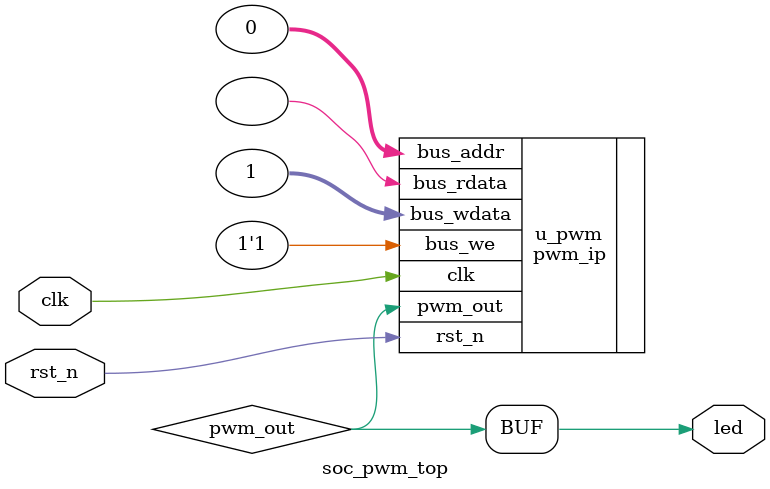
<source format=v>
module soc_pwm_top (
    input  wire clk,
    input  wire rst_n,
    output wire led
);

    // Simple fixed bus values for demo
    wire pwm_out;

    pwm_ip u_pwm (
        .clk(clk),
        .rst_n(rst_n),
        .bus_we(1'b1),          // always enabled
        .bus_addr(32'h00),      // CTRL
        .bus_wdata(32'h01),     // EN = 1
        .bus_rdata(),
        .pwm_out(pwm_out)
    );

    assign led = pwm_out;

endmodule

</source>
